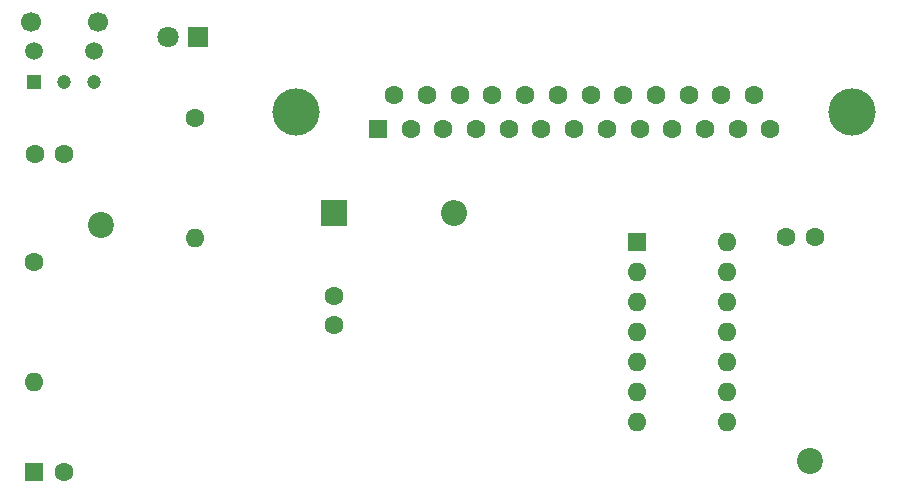
<source format=gbr>
%TF.GenerationSoftware,KiCad,Pcbnew,7.0.10*%
%TF.CreationDate,2024-02-17T01:46:53-05:00*%
%TF.ProjectId,rbus-adat,72627573-2d61-4646-9174-2e6b69636164,0*%
%TF.SameCoordinates,Original*%
%TF.FileFunction,Soldermask,Bot*%
%TF.FilePolarity,Negative*%
%FSLAX46Y46*%
G04 Gerber Fmt 4.6, Leading zero omitted, Abs format (unit mm)*
G04 Created by KiCad (PCBNEW 7.0.10) date 2024-02-17 01:46:53*
%MOMM*%
%LPD*%
G01*
G04 APERTURE LIST*
%ADD10R,1.800000X1.800000*%
%ADD11C,1.800000*%
%ADD12C,1.600000*%
%ADD13O,1.600000X1.600000*%
%ADD14C,4.000000*%
%ADD15R,1.600000X1.600000*%
%ADD16C,2.200000*%
%ADD17R,2.200000X2.200000*%
%ADD18O,2.200000X2.200000*%
%ADD19C,1.500000*%
%ADD20C,1.700000*%
%ADD21R,1.200000X1.200000*%
%ADD22C,1.200000*%
G04 APERTURE END LIST*
D10*
%TO.C,D2*%
X100250000Y-52100000D03*
D11*
X97710000Y-52100000D03*
%TD*%
D12*
%TO.C,C3*%
X111760000Y-74000000D03*
X111760000Y-76500000D03*
%TD*%
%TO.C,R2*%
X100000000Y-58920000D03*
D13*
X100000000Y-69080000D03*
%TD*%
D12*
%TO.C,R1*%
X86360000Y-71120000D03*
D13*
X86360000Y-81280000D03*
%TD*%
D14*
%TO.C,J1*%
X155625000Y-58420000D03*
X108525000Y-58420000D03*
D15*
X115455000Y-59840000D03*
D12*
X118225000Y-59840000D03*
X120995000Y-59840000D03*
X123765000Y-59840000D03*
X126535000Y-59840000D03*
X129305000Y-59840000D03*
X132075000Y-59840000D03*
X134845000Y-59840000D03*
X137615000Y-59840000D03*
X140385000Y-59840000D03*
X143155000Y-59840000D03*
X145925000Y-59840000D03*
X148695000Y-59840000D03*
X116840000Y-57000000D03*
X119610000Y-57000000D03*
X122380000Y-57000000D03*
X125150000Y-57000000D03*
X127920000Y-57000000D03*
X130690000Y-57000000D03*
X133460000Y-57000000D03*
X136230000Y-57000000D03*
X139000000Y-57000000D03*
X141770000Y-57000000D03*
X144540000Y-57000000D03*
X147310000Y-57000000D03*
%TD*%
D15*
%TO.C,U1*%
X137380000Y-69460000D03*
D13*
X137380000Y-72000000D03*
X137380000Y-74540000D03*
X137380000Y-77080000D03*
X137380000Y-79620000D03*
X137380000Y-82160000D03*
X137380000Y-84700000D03*
X145000000Y-84700000D03*
X145000000Y-82160000D03*
X145000000Y-79620000D03*
X145000000Y-77080000D03*
X145000000Y-74540000D03*
X145000000Y-72000000D03*
X145000000Y-69460000D03*
%TD*%
D16*
%TO.C,REF\u002A\u002A*%
X92000000Y-68000000D03*
%TD*%
D15*
%TO.C,C1*%
X86360000Y-88900000D03*
D12*
X88860000Y-88900000D03*
%TD*%
%TO.C,C4*%
X88900000Y-62000000D03*
X86400000Y-62000000D03*
%TD*%
D17*
%TO.C,D1*%
X111760000Y-67000000D03*
D18*
X121920000Y-67000000D03*
%TD*%
D19*
%TO.C,CN1*%
X86380000Y-53300000D03*
X91460000Y-53300000D03*
D20*
X86120000Y-50800000D03*
X91720000Y-50800000D03*
D21*
X86380000Y-55900000D03*
D22*
X88920000Y-55900000D03*
X91460000Y-55900000D03*
%TD*%
D12*
%TO.C,C2*%
X150000000Y-69000000D03*
X152500000Y-69000000D03*
%TD*%
D16*
%TO.C,REF\u002A\u002A*%
X152000000Y-88000000D03*
%TD*%
M02*

</source>
